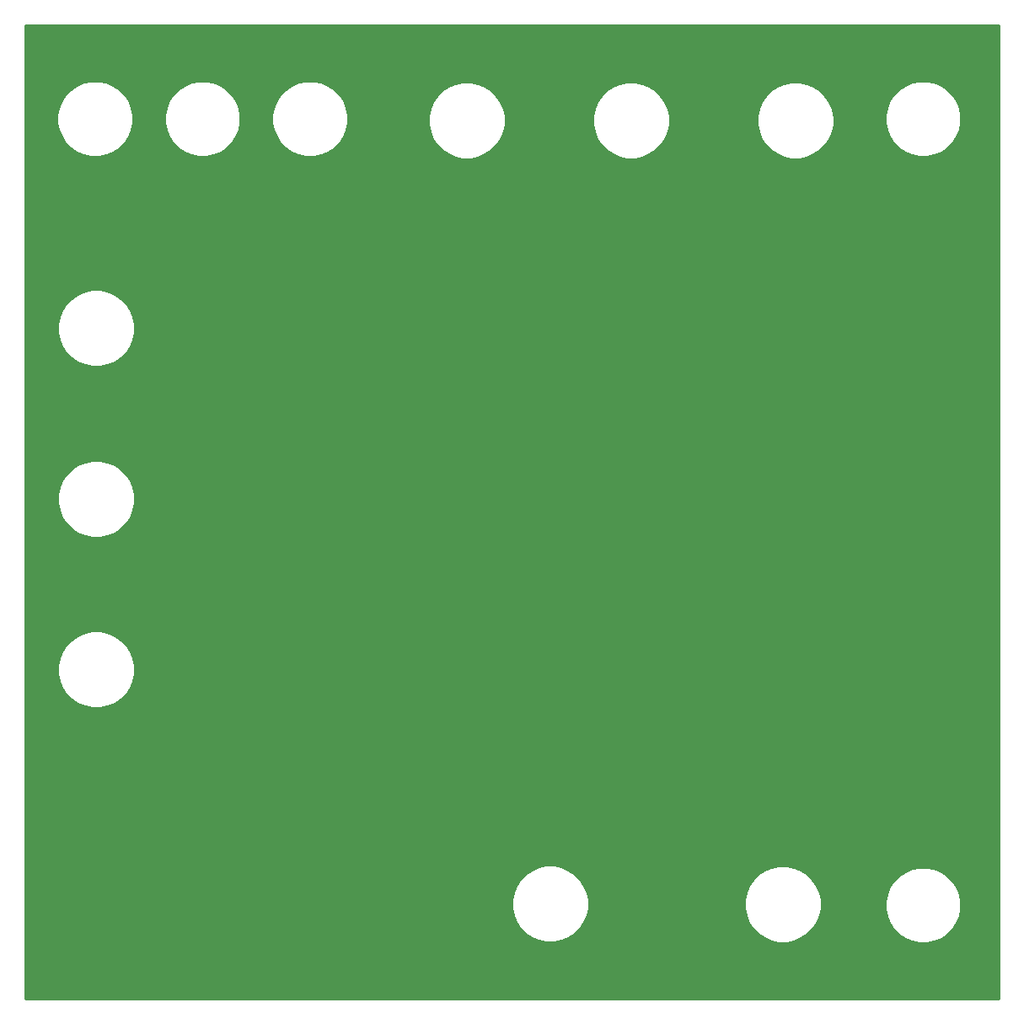
<source format=gbl>
G04 #@! TF.GenerationSoftware,KiCad,Pcbnew,5.1.12-1.fc34*
G04 #@! TF.CreationDate,2022-01-17T21:01:31+01:00*
G04 #@! TF.ProjectId,vcf-panel,7663662d-7061-46e6-956c-2e6b69636164,rev?*
G04 #@! TF.SameCoordinates,Original*
G04 #@! TF.FileFunction,Copper,L2,Bot*
G04 #@! TF.FilePolarity,Positive*
%FSLAX46Y46*%
G04 Gerber Fmt 4.6, Leading zero omitted, Abs format (unit mm)*
G04 Created by KiCad (PCBNEW 5.1.12-1.fc34) date 2022-01-17 21:01:31*
%MOMM*%
%LPD*%
G01*
G04 APERTURE LIST*
G04 #@! TA.AperFunction,NonConductor*
%ADD10C,0.254000*%
G04 #@! TD*
G04 #@! TA.AperFunction,NonConductor*
%ADD11C,0.100000*%
G04 #@! TD*
G04 APERTURE END LIST*
D10*
X161900001Y-161900000D02*
X64160000Y-161900000D01*
X64160000Y-152017361D01*
X112955000Y-152017361D01*
X112955000Y-152782639D01*
X113104298Y-153533213D01*
X113397158Y-154240238D01*
X113822323Y-154876543D01*
X114363457Y-155417677D01*
X114999762Y-155842842D01*
X115706787Y-156135702D01*
X116457361Y-156285000D01*
X117222639Y-156285000D01*
X117973213Y-156135702D01*
X118680238Y-155842842D01*
X119316543Y-155417677D01*
X119857677Y-154876543D01*
X120282842Y-154240238D01*
X120575702Y-153533213D01*
X120725000Y-152782639D01*
X120725000Y-152058001D01*
X136330620Y-152058001D01*
X136330620Y-152823279D01*
X136479918Y-153573853D01*
X136772778Y-154280878D01*
X137197943Y-154917183D01*
X137739077Y-155458317D01*
X138375382Y-155883482D01*
X139082407Y-156176342D01*
X139832981Y-156325640D01*
X140598259Y-156325640D01*
X141348833Y-156176342D01*
X142055858Y-155883482D01*
X142692163Y-155458317D01*
X143233297Y-154917183D01*
X143658462Y-154280878D01*
X143951322Y-153573853D01*
X144100620Y-152823279D01*
X144100620Y-152151825D01*
X150470000Y-152151825D01*
X150470000Y-152907255D01*
X150617377Y-153648168D01*
X150906467Y-154346094D01*
X151326161Y-154974210D01*
X151860330Y-155508379D01*
X152488446Y-155928073D01*
X153186372Y-156217163D01*
X153927285Y-156364540D01*
X154682715Y-156364540D01*
X155423628Y-156217163D01*
X156121554Y-155928073D01*
X156749670Y-155508379D01*
X157283839Y-154974210D01*
X157703533Y-154346094D01*
X157992623Y-153648168D01*
X158140000Y-152907255D01*
X158140000Y-152151825D01*
X157992623Y-151410912D01*
X157703533Y-150712986D01*
X157283839Y-150084870D01*
X156749670Y-149550701D01*
X156121554Y-149131007D01*
X155423628Y-148841917D01*
X154682715Y-148694540D01*
X153927285Y-148694540D01*
X153186372Y-148841917D01*
X152488446Y-149131007D01*
X151860330Y-149550701D01*
X151326161Y-150084870D01*
X150906467Y-150712986D01*
X150617377Y-151410912D01*
X150470000Y-152151825D01*
X144100620Y-152151825D01*
X144100620Y-152058001D01*
X143951322Y-151307427D01*
X143658462Y-150600402D01*
X143233297Y-149964097D01*
X142692163Y-149422963D01*
X142055858Y-148997798D01*
X141348833Y-148704938D01*
X140598259Y-148555640D01*
X139832981Y-148555640D01*
X139082407Y-148704938D01*
X138375382Y-148997798D01*
X137739077Y-149422963D01*
X137197943Y-149964097D01*
X136772778Y-150600402D01*
X136479918Y-151307427D01*
X136330620Y-152058001D01*
X120725000Y-152058001D01*
X120725000Y-152017361D01*
X120575702Y-151266787D01*
X120282842Y-150559762D01*
X119857677Y-149923457D01*
X119316543Y-149382323D01*
X118680238Y-148957158D01*
X117973213Y-148664298D01*
X117222639Y-148515000D01*
X116457361Y-148515000D01*
X115706787Y-148664298D01*
X114999762Y-148957158D01*
X114363457Y-149382323D01*
X113822323Y-149923457D01*
X113397158Y-150559762D01*
X113104298Y-151266787D01*
X112955000Y-152017361D01*
X64160000Y-152017361D01*
X64160000Y-128481721D01*
X67354380Y-128481721D01*
X67354380Y-129246999D01*
X67503678Y-129997573D01*
X67796538Y-130704598D01*
X68221703Y-131340903D01*
X68762837Y-131882037D01*
X69399142Y-132307202D01*
X70106167Y-132600062D01*
X70856741Y-132749360D01*
X71622019Y-132749360D01*
X72372593Y-132600062D01*
X73079618Y-132307202D01*
X73715923Y-131882037D01*
X74257057Y-131340903D01*
X74682222Y-130704598D01*
X74975082Y-129997573D01*
X75124380Y-129246999D01*
X75124380Y-128481721D01*
X74975082Y-127731147D01*
X74682222Y-127024122D01*
X74257057Y-126387817D01*
X73715923Y-125846683D01*
X73079618Y-125421518D01*
X72372593Y-125128658D01*
X71622019Y-124979360D01*
X70856741Y-124979360D01*
X70106167Y-125128658D01*
X69399142Y-125421518D01*
X68762837Y-125846683D01*
X68221703Y-126387817D01*
X67796538Y-127024122D01*
X67503678Y-127731147D01*
X67354380Y-128481721D01*
X64160000Y-128481721D01*
X64160000Y-111336721D01*
X67354380Y-111336721D01*
X67354380Y-112101999D01*
X67503678Y-112852573D01*
X67796538Y-113559598D01*
X68221703Y-114195903D01*
X68762837Y-114737037D01*
X69399142Y-115162202D01*
X70106167Y-115455062D01*
X70856741Y-115604360D01*
X71622019Y-115604360D01*
X72372593Y-115455062D01*
X73079618Y-115162202D01*
X73715923Y-114737037D01*
X74257057Y-114195903D01*
X74682222Y-113559598D01*
X74975082Y-112852573D01*
X75124380Y-112101999D01*
X75124380Y-111336721D01*
X74975082Y-110586147D01*
X74682222Y-109879122D01*
X74257057Y-109242817D01*
X73715923Y-108701683D01*
X73079618Y-108276518D01*
X72372593Y-107983658D01*
X71622019Y-107834360D01*
X70856741Y-107834360D01*
X70106167Y-107983658D01*
X69399142Y-108276518D01*
X68762837Y-108701683D01*
X68221703Y-109242817D01*
X67796538Y-109879122D01*
X67503678Y-110586147D01*
X67354380Y-111336721D01*
X64160000Y-111336721D01*
X64160000Y-94191721D01*
X67354380Y-94191721D01*
X67354380Y-94956999D01*
X67503678Y-95707573D01*
X67796538Y-96414598D01*
X68221703Y-97050903D01*
X68762837Y-97592037D01*
X69399142Y-98017202D01*
X70106167Y-98310062D01*
X70856741Y-98459360D01*
X71622019Y-98459360D01*
X72372593Y-98310062D01*
X73079618Y-98017202D01*
X73715923Y-97592037D01*
X74257057Y-97050903D01*
X74682222Y-96414598D01*
X74975082Y-95707573D01*
X75124380Y-94956999D01*
X75124380Y-94191721D01*
X74975082Y-93441147D01*
X74682222Y-92734122D01*
X74257057Y-92097817D01*
X73715923Y-91556683D01*
X73079618Y-91131518D01*
X72372593Y-90838658D01*
X71622019Y-90689360D01*
X70856741Y-90689360D01*
X70106167Y-90838658D01*
X69399142Y-91131518D01*
X68762837Y-91556683D01*
X68221703Y-92097817D01*
X67796538Y-92734122D01*
X67503678Y-93441147D01*
X67354380Y-94191721D01*
X64160000Y-94191721D01*
X64160000Y-73152745D01*
X67285000Y-73152745D01*
X67285000Y-73908175D01*
X67432377Y-74649088D01*
X67721467Y-75347014D01*
X68141161Y-75975130D01*
X68675330Y-76509299D01*
X69303446Y-76928993D01*
X70001372Y-77218083D01*
X70742285Y-77365460D01*
X71497715Y-77365460D01*
X72238628Y-77218083D01*
X72936554Y-76928993D01*
X73564670Y-76509299D01*
X74098839Y-75975130D01*
X74518533Y-75347014D01*
X74807623Y-74649088D01*
X74955000Y-73908175D01*
X74955000Y-73152745D01*
X78080000Y-73152745D01*
X78080000Y-73908175D01*
X78227377Y-74649088D01*
X78516467Y-75347014D01*
X78936161Y-75975130D01*
X79470330Y-76509299D01*
X80098446Y-76928993D01*
X80796372Y-77218083D01*
X81537285Y-77365460D01*
X82292715Y-77365460D01*
X83033628Y-77218083D01*
X83731554Y-76928993D01*
X84359670Y-76509299D01*
X84893839Y-75975130D01*
X85313533Y-75347014D01*
X85602623Y-74649088D01*
X85750000Y-73908175D01*
X85750000Y-73152745D01*
X88875000Y-73152745D01*
X88875000Y-73908175D01*
X89022377Y-74649088D01*
X89311467Y-75347014D01*
X89731161Y-75975130D01*
X90265330Y-76509299D01*
X90893446Y-76928993D01*
X91591372Y-77218083D01*
X92332285Y-77365460D01*
X93087715Y-77365460D01*
X93828628Y-77218083D01*
X94526554Y-76928993D01*
X95154670Y-76509299D01*
X95688839Y-75975130D01*
X96108533Y-75347014D01*
X96397623Y-74649088D01*
X96545000Y-73908175D01*
X96545000Y-73318001D01*
X104580620Y-73318001D01*
X104580620Y-74083279D01*
X104729918Y-74833853D01*
X105022778Y-75540878D01*
X105447943Y-76177183D01*
X105989077Y-76718317D01*
X106625382Y-77143482D01*
X107332407Y-77436342D01*
X108082981Y-77585640D01*
X108848259Y-77585640D01*
X109598833Y-77436342D01*
X110305858Y-77143482D01*
X110942163Y-76718317D01*
X111483297Y-76177183D01*
X111908462Y-75540878D01*
X112201322Y-74833853D01*
X112350620Y-74083279D01*
X112350620Y-73318001D01*
X121090620Y-73318001D01*
X121090620Y-74083279D01*
X121239918Y-74833853D01*
X121532778Y-75540878D01*
X121957943Y-76177183D01*
X122499077Y-76718317D01*
X123135382Y-77143482D01*
X123842407Y-77436342D01*
X124592981Y-77585640D01*
X125358259Y-77585640D01*
X126108833Y-77436342D01*
X126815858Y-77143482D01*
X127452163Y-76718317D01*
X127993297Y-76177183D01*
X128418462Y-75540878D01*
X128711322Y-74833853D01*
X128860620Y-74083279D01*
X128860620Y-73318001D01*
X137600620Y-73318001D01*
X137600620Y-74083279D01*
X137749918Y-74833853D01*
X138042778Y-75540878D01*
X138467943Y-76177183D01*
X139009077Y-76718317D01*
X139645382Y-77143482D01*
X140352407Y-77436342D01*
X141102981Y-77585640D01*
X141868259Y-77585640D01*
X142618833Y-77436342D01*
X143325858Y-77143482D01*
X143962163Y-76718317D01*
X144503297Y-76177183D01*
X144928462Y-75540878D01*
X145221322Y-74833853D01*
X145370620Y-74083279D01*
X145370620Y-73318001D01*
X145337749Y-73152745D01*
X150470000Y-73152745D01*
X150470000Y-73908175D01*
X150617377Y-74649088D01*
X150906467Y-75347014D01*
X151326161Y-75975130D01*
X151860330Y-76509299D01*
X152488446Y-76928993D01*
X153186372Y-77218083D01*
X153927285Y-77365460D01*
X154682715Y-77365460D01*
X155423628Y-77218083D01*
X156121554Y-76928993D01*
X156749670Y-76509299D01*
X157283839Y-75975130D01*
X157703533Y-75347014D01*
X157992623Y-74649088D01*
X158140000Y-73908175D01*
X158140000Y-73152745D01*
X157992623Y-72411832D01*
X157703533Y-71713906D01*
X157283839Y-71085790D01*
X156749670Y-70551621D01*
X156121554Y-70131927D01*
X155423628Y-69842837D01*
X154682715Y-69695460D01*
X153927285Y-69695460D01*
X153186372Y-69842837D01*
X152488446Y-70131927D01*
X151860330Y-70551621D01*
X151326161Y-71085790D01*
X150906467Y-71713906D01*
X150617377Y-72411832D01*
X150470000Y-73152745D01*
X145337749Y-73152745D01*
X145221322Y-72567427D01*
X144928462Y-71860402D01*
X144503297Y-71224097D01*
X143962163Y-70682963D01*
X143325858Y-70257798D01*
X142618833Y-69964938D01*
X141868259Y-69815640D01*
X141102981Y-69815640D01*
X140352407Y-69964938D01*
X139645382Y-70257798D01*
X139009077Y-70682963D01*
X138467943Y-71224097D01*
X138042778Y-71860402D01*
X137749918Y-72567427D01*
X137600620Y-73318001D01*
X128860620Y-73318001D01*
X128711322Y-72567427D01*
X128418462Y-71860402D01*
X127993297Y-71224097D01*
X127452163Y-70682963D01*
X126815858Y-70257798D01*
X126108833Y-69964938D01*
X125358259Y-69815640D01*
X124592981Y-69815640D01*
X123842407Y-69964938D01*
X123135382Y-70257798D01*
X122499077Y-70682963D01*
X121957943Y-71224097D01*
X121532778Y-71860402D01*
X121239918Y-72567427D01*
X121090620Y-73318001D01*
X112350620Y-73318001D01*
X112201322Y-72567427D01*
X111908462Y-71860402D01*
X111483297Y-71224097D01*
X110942163Y-70682963D01*
X110305858Y-70257798D01*
X109598833Y-69964938D01*
X108848259Y-69815640D01*
X108082981Y-69815640D01*
X107332407Y-69964938D01*
X106625382Y-70257798D01*
X105989077Y-70682963D01*
X105447943Y-71224097D01*
X105022778Y-71860402D01*
X104729918Y-72567427D01*
X104580620Y-73318001D01*
X96545000Y-73318001D01*
X96545000Y-73152745D01*
X96397623Y-72411832D01*
X96108533Y-71713906D01*
X95688839Y-71085790D01*
X95154670Y-70551621D01*
X94526554Y-70131927D01*
X93828628Y-69842837D01*
X93087715Y-69695460D01*
X92332285Y-69695460D01*
X91591372Y-69842837D01*
X90893446Y-70131927D01*
X90265330Y-70551621D01*
X89731161Y-71085790D01*
X89311467Y-71713906D01*
X89022377Y-72411832D01*
X88875000Y-73152745D01*
X85750000Y-73152745D01*
X85602623Y-72411832D01*
X85313533Y-71713906D01*
X84893839Y-71085790D01*
X84359670Y-70551621D01*
X83731554Y-70131927D01*
X83033628Y-69842837D01*
X82292715Y-69695460D01*
X81537285Y-69695460D01*
X80796372Y-69842837D01*
X80098446Y-70131927D01*
X79470330Y-70551621D01*
X78936161Y-71085790D01*
X78516467Y-71713906D01*
X78227377Y-72411832D01*
X78080000Y-73152745D01*
X74955000Y-73152745D01*
X74807623Y-72411832D01*
X74518533Y-71713906D01*
X74098839Y-71085790D01*
X73564670Y-70551621D01*
X72936554Y-70131927D01*
X72238628Y-69842837D01*
X71497715Y-69695460D01*
X70742285Y-69695460D01*
X70001372Y-69842837D01*
X69303446Y-70131927D01*
X68675330Y-70551621D01*
X68141161Y-71085790D01*
X67721467Y-71713906D01*
X67432377Y-72411832D01*
X67285000Y-73152745D01*
X64160000Y-73152745D01*
X64160000Y-64160000D01*
X161900000Y-64160000D01*
X161900001Y-161900000D01*
G04 #@! TA.AperFunction,NonConductor*
D11*
G36*
X161900001Y-161900000D02*
G01*
X64160000Y-161900000D01*
X64160000Y-152017361D01*
X112955000Y-152017361D01*
X112955000Y-152782639D01*
X113104298Y-153533213D01*
X113397158Y-154240238D01*
X113822323Y-154876543D01*
X114363457Y-155417677D01*
X114999762Y-155842842D01*
X115706787Y-156135702D01*
X116457361Y-156285000D01*
X117222639Y-156285000D01*
X117973213Y-156135702D01*
X118680238Y-155842842D01*
X119316543Y-155417677D01*
X119857677Y-154876543D01*
X120282842Y-154240238D01*
X120575702Y-153533213D01*
X120725000Y-152782639D01*
X120725000Y-152058001D01*
X136330620Y-152058001D01*
X136330620Y-152823279D01*
X136479918Y-153573853D01*
X136772778Y-154280878D01*
X137197943Y-154917183D01*
X137739077Y-155458317D01*
X138375382Y-155883482D01*
X139082407Y-156176342D01*
X139832981Y-156325640D01*
X140598259Y-156325640D01*
X141348833Y-156176342D01*
X142055858Y-155883482D01*
X142692163Y-155458317D01*
X143233297Y-154917183D01*
X143658462Y-154280878D01*
X143951322Y-153573853D01*
X144100620Y-152823279D01*
X144100620Y-152151825D01*
X150470000Y-152151825D01*
X150470000Y-152907255D01*
X150617377Y-153648168D01*
X150906467Y-154346094D01*
X151326161Y-154974210D01*
X151860330Y-155508379D01*
X152488446Y-155928073D01*
X153186372Y-156217163D01*
X153927285Y-156364540D01*
X154682715Y-156364540D01*
X155423628Y-156217163D01*
X156121554Y-155928073D01*
X156749670Y-155508379D01*
X157283839Y-154974210D01*
X157703533Y-154346094D01*
X157992623Y-153648168D01*
X158140000Y-152907255D01*
X158140000Y-152151825D01*
X157992623Y-151410912D01*
X157703533Y-150712986D01*
X157283839Y-150084870D01*
X156749670Y-149550701D01*
X156121554Y-149131007D01*
X155423628Y-148841917D01*
X154682715Y-148694540D01*
X153927285Y-148694540D01*
X153186372Y-148841917D01*
X152488446Y-149131007D01*
X151860330Y-149550701D01*
X151326161Y-150084870D01*
X150906467Y-150712986D01*
X150617377Y-151410912D01*
X150470000Y-152151825D01*
X144100620Y-152151825D01*
X144100620Y-152058001D01*
X143951322Y-151307427D01*
X143658462Y-150600402D01*
X143233297Y-149964097D01*
X142692163Y-149422963D01*
X142055858Y-148997798D01*
X141348833Y-148704938D01*
X140598259Y-148555640D01*
X139832981Y-148555640D01*
X139082407Y-148704938D01*
X138375382Y-148997798D01*
X137739077Y-149422963D01*
X137197943Y-149964097D01*
X136772778Y-150600402D01*
X136479918Y-151307427D01*
X136330620Y-152058001D01*
X120725000Y-152058001D01*
X120725000Y-152017361D01*
X120575702Y-151266787D01*
X120282842Y-150559762D01*
X119857677Y-149923457D01*
X119316543Y-149382323D01*
X118680238Y-148957158D01*
X117973213Y-148664298D01*
X117222639Y-148515000D01*
X116457361Y-148515000D01*
X115706787Y-148664298D01*
X114999762Y-148957158D01*
X114363457Y-149382323D01*
X113822323Y-149923457D01*
X113397158Y-150559762D01*
X113104298Y-151266787D01*
X112955000Y-152017361D01*
X64160000Y-152017361D01*
X64160000Y-128481721D01*
X67354380Y-128481721D01*
X67354380Y-129246999D01*
X67503678Y-129997573D01*
X67796538Y-130704598D01*
X68221703Y-131340903D01*
X68762837Y-131882037D01*
X69399142Y-132307202D01*
X70106167Y-132600062D01*
X70856741Y-132749360D01*
X71622019Y-132749360D01*
X72372593Y-132600062D01*
X73079618Y-132307202D01*
X73715923Y-131882037D01*
X74257057Y-131340903D01*
X74682222Y-130704598D01*
X74975082Y-129997573D01*
X75124380Y-129246999D01*
X75124380Y-128481721D01*
X74975082Y-127731147D01*
X74682222Y-127024122D01*
X74257057Y-126387817D01*
X73715923Y-125846683D01*
X73079618Y-125421518D01*
X72372593Y-125128658D01*
X71622019Y-124979360D01*
X70856741Y-124979360D01*
X70106167Y-125128658D01*
X69399142Y-125421518D01*
X68762837Y-125846683D01*
X68221703Y-126387817D01*
X67796538Y-127024122D01*
X67503678Y-127731147D01*
X67354380Y-128481721D01*
X64160000Y-128481721D01*
X64160000Y-111336721D01*
X67354380Y-111336721D01*
X67354380Y-112101999D01*
X67503678Y-112852573D01*
X67796538Y-113559598D01*
X68221703Y-114195903D01*
X68762837Y-114737037D01*
X69399142Y-115162202D01*
X70106167Y-115455062D01*
X70856741Y-115604360D01*
X71622019Y-115604360D01*
X72372593Y-115455062D01*
X73079618Y-115162202D01*
X73715923Y-114737037D01*
X74257057Y-114195903D01*
X74682222Y-113559598D01*
X74975082Y-112852573D01*
X75124380Y-112101999D01*
X75124380Y-111336721D01*
X74975082Y-110586147D01*
X74682222Y-109879122D01*
X74257057Y-109242817D01*
X73715923Y-108701683D01*
X73079618Y-108276518D01*
X72372593Y-107983658D01*
X71622019Y-107834360D01*
X70856741Y-107834360D01*
X70106167Y-107983658D01*
X69399142Y-108276518D01*
X68762837Y-108701683D01*
X68221703Y-109242817D01*
X67796538Y-109879122D01*
X67503678Y-110586147D01*
X67354380Y-111336721D01*
X64160000Y-111336721D01*
X64160000Y-94191721D01*
X67354380Y-94191721D01*
X67354380Y-94956999D01*
X67503678Y-95707573D01*
X67796538Y-96414598D01*
X68221703Y-97050903D01*
X68762837Y-97592037D01*
X69399142Y-98017202D01*
X70106167Y-98310062D01*
X70856741Y-98459360D01*
X71622019Y-98459360D01*
X72372593Y-98310062D01*
X73079618Y-98017202D01*
X73715923Y-97592037D01*
X74257057Y-97050903D01*
X74682222Y-96414598D01*
X74975082Y-95707573D01*
X75124380Y-94956999D01*
X75124380Y-94191721D01*
X74975082Y-93441147D01*
X74682222Y-92734122D01*
X74257057Y-92097817D01*
X73715923Y-91556683D01*
X73079618Y-91131518D01*
X72372593Y-90838658D01*
X71622019Y-90689360D01*
X70856741Y-90689360D01*
X70106167Y-90838658D01*
X69399142Y-91131518D01*
X68762837Y-91556683D01*
X68221703Y-92097817D01*
X67796538Y-92734122D01*
X67503678Y-93441147D01*
X67354380Y-94191721D01*
X64160000Y-94191721D01*
X64160000Y-73152745D01*
X67285000Y-73152745D01*
X67285000Y-73908175D01*
X67432377Y-74649088D01*
X67721467Y-75347014D01*
X68141161Y-75975130D01*
X68675330Y-76509299D01*
X69303446Y-76928993D01*
X70001372Y-77218083D01*
X70742285Y-77365460D01*
X71497715Y-77365460D01*
X72238628Y-77218083D01*
X72936554Y-76928993D01*
X73564670Y-76509299D01*
X74098839Y-75975130D01*
X74518533Y-75347014D01*
X74807623Y-74649088D01*
X74955000Y-73908175D01*
X74955000Y-73152745D01*
X78080000Y-73152745D01*
X78080000Y-73908175D01*
X78227377Y-74649088D01*
X78516467Y-75347014D01*
X78936161Y-75975130D01*
X79470330Y-76509299D01*
X80098446Y-76928993D01*
X80796372Y-77218083D01*
X81537285Y-77365460D01*
X82292715Y-77365460D01*
X83033628Y-77218083D01*
X83731554Y-76928993D01*
X84359670Y-76509299D01*
X84893839Y-75975130D01*
X85313533Y-75347014D01*
X85602623Y-74649088D01*
X85750000Y-73908175D01*
X85750000Y-73152745D01*
X88875000Y-73152745D01*
X88875000Y-73908175D01*
X89022377Y-74649088D01*
X89311467Y-75347014D01*
X89731161Y-75975130D01*
X90265330Y-76509299D01*
X90893446Y-76928993D01*
X91591372Y-77218083D01*
X92332285Y-77365460D01*
X93087715Y-77365460D01*
X93828628Y-77218083D01*
X94526554Y-76928993D01*
X95154670Y-76509299D01*
X95688839Y-75975130D01*
X96108533Y-75347014D01*
X96397623Y-74649088D01*
X96545000Y-73908175D01*
X96545000Y-73318001D01*
X104580620Y-73318001D01*
X104580620Y-74083279D01*
X104729918Y-74833853D01*
X105022778Y-75540878D01*
X105447943Y-76177183D01*
X105989077Y-76718317D01*
X106625382Y-77143482D01*
X107332407Y-77436342D01*
X108082981Y-77585640D01*
X108848259Y-77585640D01*
X109598833Y-77436342D01*
X110305858Y-77143482D01*
X110942163Y-76718317D01*
X111483297Y-76177183D01*
X111908462Y-75540878D01*
X112201322Y-74833853D01*
X112350620Y-74083279D01*
X112350620Y-73318001D01*
X121090620Y-73318001D01*
X121090620Y-74083279D01*
X121239918Y-74833853D01*
X121532778Y-75540878D01*
X121957943Y-76177183D01*
X122499077Y-76718317D01*
X123135382Y-77143482D01*
X123842407Y-77436342D01*
X124592981Y-77585640D01*
X125358259Y-77585640D01*
X126108833Y-77436342D01*
X126815858Y-77143482D01*
X127452163Y-76718317D01*
X127993297Y-76177183D01*
X128418462Y-75540878D01*
X128711322Y-74833853D01*
X128860620Y-74083279D01*
X128860620Y-73318001D01*
X137600620Y-73318001D01*
X137600620Y-74083279D01*
X137749918Y-74833853D01*
X138042778Y-75540878D01*
X138467943Y-76177183D01*
X139009077Y-76718317D01*
X139645382Y-77143482D01*
X140352407Y-77436342D01*
X141102981Y-77585640D01*
X141868259Y-77585640D01*
X142618833Y-77436342D01*
X143325858Y-77143482D01*
X143962163Y-76718317D01*
X144503297Y-76177183D01*
X144928462Y-75540878D01*
X145221322Y-74833853D01*
X145370620Y-74083279D01*
X145370620Y-73318001D01*
X145337749Y-73152745D01*
X150470000Y-73152745D01*
X150470000Y-73908175D01*
X150617377Y-74649088D01*
X150906467Y-75347014D01*
X151326161Y-75975130D01*
X151860330Y-76509299D01*
X152488446Y-76928993D01*
X153186372Y-77218083D01*
X153927285Y-77365460D01*
X154682715Y-77365460D01*
X155423628Y-77218083D01*
X156121554Y-76928993D01*
X156749670Y-76509299D01*
X157283839Y-75975130D01*
X157703533Y-75347014D01*
X157992623Y-74649088D01*
X158140000Y-73908175D01*
X158140000Y-73152745D01*
X157992623Y-72411832D01*
X157703533Y-71713906D01*
X157283839Y-71085790D01*
X156749670Y-70551621D01*
X156121554Y-70131927D01*
X155423628Y-69842837D01*
X154682715Y-69695460D01*
X153927285Y-69695460D01*
X153186372Y-69842837D01*
X152488446Y-70131927D01*
X151860330Y-70551621D01*
X151326161Y-71085790D01*
X150906467Y-71713906D01*
X150617377Y-72411832D01*
X150470000Y-73152745D01*
X145337749Y-73152745D01*
X145221322Y-72567427D01*
X144928462Y-71860402D01*
X144503297Y-71224097D01*
X143962163Y-70682963D01*
X143325858Y-70257798D01*
X142618833Y-69964938D01*
X141868259Y-69815640D01*
X141102981Y-69815640D01*
X140352407Y-69964938D01*
X139645382Y-70257798D01*
X139009077Y-70682963D01*
X138467943Y-71224097D01*
X138042778Y-71860402D01*
X137749918Y-72567427D01*
X137600620Y-73318001D01*
X128860620Y-73318001D01*
X128711322Y-72567427D01*
X128418462Y-71860402D01*
X127993297Y-71224097D01*
X127452163Y-70682963D01*
X126815858Y-70257798D01*
X126108833Y-69964938D01*
X125358259Y-69815640D01*
X124592981Y-69815640D01*
X123842407Y-69964938D01*
X123135382Y-70257798D01*
X122499077Y-70682963D01*
X121957943Y-71224097D01*
X121532778Y-71860402D01*
X121239918Y-72567427D01*
X121090620Y-73318001D01*
X112350620Y-73318001D01*
X112201322Y-72567427D01*
X111908462Y-71860402D01*
X111483297Y-71224097D01*
X110942163Y-70682963D01*
X110305858Y-70257798D01*
X109598833Y-69964938D01*
X108848259Y-69815640D01*
X108082981Y-69815640D01*
X107332407Y-69964938D01*
X106625382Y-70257798D01*
X105989077Y-70682963D01*
X105447943Y-71224097D01*
X105022778Y-71860402D01*
X104729918Y-72567427D01*
X104580620Y-73318001D01*
X96545000Y-73318001D01*
X96545000Y-73152745D01*
X96397623Y-72411832D01*
X96108533Y-71713906D01*
X95688839Y-71085790D01*
X95154670Y-70551621D01*
X94526554Y-70131927D01*
X93828628Y-69842837D01*
X93087715Y-69695460D01*
X92332285Y-69695460D01*
X91591372Y-69842837D01*
X90893446Y-70131927D01*
X90265330Y-70551621D01*
X89731161Y-71085790D01*
X89311467Y-71713906D01*
X89022377Y-72411832D01*
X88875000Y-73152745D01*
X85750000Y-73152745D01*
X85602623Y-72411832D01*
X85313533Y-71713906D01*
X84893839Y-71085790D01*
X84359670Y-70551621D01*
X83731554Y-70131927D01*
X83033628Y-69842837D01*
X82292715Y-69695460D01*
X81537285Y-69695460D01*
X80796372Y-69842837D01*
X80098446Y-70131927D01*
X79470330Y-70551621D01*
X78936161Y-71085790D01*
X78516467Y-71713906D01*
X78227377Y-72411832D01*
X78080000Y-73152745D01*
X74955000Y-73152745D01*
X74807623Y-72411832D01*
X74518533Y-71713906D01*
X74098839Y-71085790D01*
X73564670Y-70551621D01*
X72936554Y-70131927D01*
X72238628Y-69842837D01*
X71497715Y-69695460D01*
X70742285Y-69695460D01*
X70001372Y-69842837D01*
X69303446Y-70131927D01*
X68675330Y-70551621D01*
X68141161Y-71085790D01*
X67721467Y-71713906D01*
X67432377Y-72411832D01*
X67285000Y-73152745D01*
X64160000Y-73152745D01*
X64160000Y-64160000D01*
X161900000Y-64160000D01*
X161900001Y-161900000D01*
G37*
G04 #@! TD.AperFunction*
M02*

</source>
